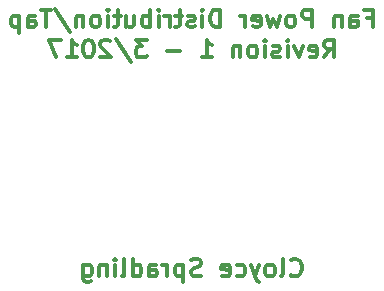
<source format=gbo>
G04 #@! TF.FileFunction,Legend,Bot*
%FSLAX46Y46*%
G04 Gerber Fmt 4.6, Leading zero omitted, Abs format (unit mm)*
G04 Created by KiCad (PCBNEW 4.0.6) date Friday, March 31, 2017 'PMt' 06:41:41 PM*
%MOMM*%
%LPD*%
G01*
G04 APERTURE LIST*
%ADD10C,0.100000*%
%ADD11C,0.300000*%
G04 APERTURE END LIST*
D10*
D11*
X156947142Y-122963714D02*
X157018571Y-123035143D01*
X157232857Y-123106571D01*
X157375714Y-123106571D01*
X157589999Y-123035143D01*
X157732857Y-122892286D01*
X157804285Y-122749429D01*
X157875714Y-122463714D01*
X157875714Y-122249429D01*
X157804285Y-121963714D01*
X157732857Y-121820857D01*
X157589999Y-121678000D01*
X157375714Y-121606571D01*
X157232857Y-121606571D01*
X157018571Y-121678000D01*
X156947142Y-121749429D01*
X156089999Y-123106571D02*
X156232857Y-123035143D01*
X156304285Y-122892286D01*
X156304285Y-121606571D01*
X155304285Y-123106571D02*
X155447143Y-123035143D01*
X155518571Y-122963714D01*
X155590000Y-122820857D01*
X155590000Y-122392286D01*
X155518571Y-122249429D01*
X155447143Y-122178000D01*
X155304285Y-122106571D01*
X155090000Y-122106571D01*
X154947143Y-122178000D01*
X154875714Y-122249429D01*
X154804285Y-122392286D01*
X154804285Y-122820857D01*
X154875714Y-122963714D01*
X154947143Y-123035143D01*
X155090000Y-123106571D01*
X155304285Y-123106571D01*
X154304285Y-122106571D02*
X153947142Y-123106571D01*
X153590000Y-122106571D02*
X153947142Y-123106571D01*
X154090000Y-123463714D01*
X154161428Y-123535143D01*
X154304285Y-123606571D01*
X152375714Y-123035143D02*
X152518571Y-123106571D01*
X152804285Y-123106571D01*
X152947143Y-123035143D01*
X153018571Y-122963714D01*
X153090000Y-122820857D01*
X153090000Y-122392286D01*
X153018571Y-122249429D01*
X152947143Y-122178000D01*
X152804285Y-122106571D01*
X152518571Y-122106571D01*
X152375714Y-122178000D01*
X151161429Y-123035143D02*
X151304286Y-123106571D01*
X151590000Y-123106571D01*
X151732857Y-123035143D01*
X151804286Y-122892286D01*
X151804286Y-122320857D01*
X151732857Y-122178000D01*
X151590000Y-122106571D01*
X151304286Y-122106571D01*
X151161429Y-122178000D01*
X151090000Y-122320857D01*
X151090000Y-122463714D01*
X151804286Y-122606571D01*
X149375715Y-123035143D02*
X149161429Y-123106571D01*
X148804286Y-123106571D01*
X148661429Y-123035143D01*
X148590000Y-122963714D01*
X148518572Y-122820857D01*
X148518572Y-122678000D01*
X148590000Y-122535143D01*
X148661429Y-122463714D01*
X148804286Y-122392286D01*
X149090000Y-122320857D01*
X149232858Y-122249429D01*
X149304286Y-122178000D01*
X149375715Y-122035143D01*
X149375715Y-121892286D01*
X149304286Y-121749429D01*
X149232858Y-121678000D01*
X149090000Y-121606571D01*
X148732858Y-121606571D01*
X148518572Y-121678000D01*
X147875715Y-122106571D02*
X147875715Y-123606571D01*
X147875715Y-122178000D02*
X147732858Y-122106571D01*
X147447144Y-122106571D01*
X147304287Y-122178000D01*
X147232858Y-122249429D01*
X147161429Y-122392286D01*
X147161429Y-122820857D01*
X147232858Y-122963714D01*
X147304287Y-123035143D01*
X147447144Y-123106571D01*
X147732858Y-123106571D01*
X147875715Y-123035143D01*
X146518572Y-123106571D02*
X146518572Y-122106571D01*
X146518572Y-122392286D02*
X146447144Y-122249429D01*
X146375715Y-122178000D01*
X146232858Y-122106571D01*
X146090001Y-122106571D01*
X144947144Y-123106571D02*
X144947144Y-122320857D01*
X145018573Y-122178000D01*
X145161430Y-122106571D01*
X145447144Y-122106571D01*
X145590001Y-122178000D01*
X144947144Y-123035143D02*
X145090001Y-123106571D01*
X145447144Y-123106571D01*
X145590001Y-123035143D01*
X145661430Y-122892286D01*
X145661430Y-122749429D01*
X145590001Y-122606571D01*
X145447144Y-122535143D01*
X145090001Y-122535143D01*
X144947144Y-122463714D01*
X143590001Y-123106571D02*
X143590001Y-121606571D01*
X143590001Y-123035143D02*
X143732858Y-123106571D01*
X144018572Y-123106571D01*
X144161430Y-123035143D01*
X144232858Y-122963714D01*
X144304287Y-122820857D01*
X144304287Y-122392286D01*
X144232858Y-122249429D01*
X144161430Y-122178000D01*
X144018572Y-122106571D01*
X143732858Y-122106571D01*
X143590001Y-122178000D01*
X142661429Y-123106571D02*
X142804287Y-123035143D01*
X142875715Y-122892286D01*
X142875715Y-121606571D01*
X142090001Y-123106571D02*
X142090001Y-122106571D01*
X142090001Y-121606571D02*
X142161430Y-121678000D01*
X142090001Y-121749429D01*
X142018573Y-121678000D01*
X142090001Y-121606571D01*
X142090001Y-121749429D01*
X141375715Y-122106571D02*
X141375715Y-123106571D01*
X141375715Y-122249429D02*
X141304287Y-122178000D01*
X141161429Y-122106571D01*
X140947144Y-122106571D01*
X140804287Y-122178000D01*
X140732858Y-122320857D01*
X140732858Y-123106571D01*
X139375715Y-122106571D02*
X139375715Y-123320857D01*
X139447144Y-123463714D01*
X139518572Y-123535143D01*
X139661429Y-123606571D01*
X139875715Y-123606571D01*
X140018572Y-123535143D01*
X139375715Y-123035143D02*
X139518572Y-123106571D01*
X139804286Y-123106571D01*
X139947144Y-123035143D01*
X140018572Y-122963714D01*
X140090001Y-122820857D01*
X140090001Y-122392286D01*
X140018572Y-122249429D01*
X139947144Y-122178000D01*
X139804286Y-122106571D01*
X139518572Y-122106571D01*
X139375715Y-122178000D01*
X163407715Y-101233857D02*
X163907715Y-101233857D01*
X163907715Y-102019571D02*
X163907715Y-100519571D01*
X163193429Y-100519571D01*
X161979144Y-102019571D02*
X161979144Y-101233857D01*
X162050573Y-101091000D01*
X162193430Y-101019571D01*
X162479144Y-101019571D01*
X162622001Y-101091000D01*
X161979144Y-101948143D02*
X162122001Y-102019571D01*
X162479144Y-102019571D01*
X162622001Y-101948143D01*
X162693430Y-101805286D01*
X162693430Y-101662429D01*
X162622001Y-101519571D01*
X162479144Y-101448143D01*
X162122001Y-101448143D01*
X161979144Y-101376714D01*
X161264858Y-101019571D02*
X161264858Y-102019571D01*
X161264858Y-101162429D02*
X161193430Y-101091000D01*
X161050572Y-101019571D01*
X160836287Y-101019571D01*
X160693430Y-101091000D01*
X160622001Y-101233857D01*
X160622001Y-102019571D01*
X158764858Y-102019571D02*
X158764858Y-100519571D01*
X158193430Y-100519571D01*
X158050572Y-100591000D01*
X157979144Y-100662429D01*
X157907715Y-100805286D01*
X157907715Y-101019571D01*
X157979144Y-101162429D01*
X158050572Y-101233857D01*
X158193430Y-101305286D01*
X158764858Y-101305286D01*
X157050572Y-102019571D02*
X157193430Y-101948143D01*
X157264858Y-101876714D01*
X157336287Y-101733857D01*
X157336287Y-101305286D01*
X157264858Y-101162429D01*
X157193430Y-101091000D01*
X157050572Y-101019571D01*
X156836287Y-101019571D01*
X156693430Y-101091000D01*
X156622001Y-101162429D01*
X156550572Y-101305286D01*
X156550572Y-101733857D01*
X156622001Y-101876714D01*
X156693430Y-101948143D01*
X156836287Y-102019571D01*
X157050572Y-102019571D01*
X156050572Y-101019571D02*
X155764858Y-102019571D01*
X155479144Y-101305286D01*
X155193429Y-102019571D01*
X154907715Y-101019571D01*
X153764858Y-101948143D02*
X153907715Y-102019571D01*
X154193429Y-102019571D01*
X154336286Y-101948143D01*
X154407715Y-101805286D01*
X154407715Y-101233857D01*
X154336286Y-101091000D01*
X154193429Y-101019571D01*
X153907715Y-101019571D01*
X153764858Y-101091000D01*
X153693429Y-101233857D01*
X153693429Y-101376714D01*
X154407715Y-101519571D01*
X153050572Y-102019571D02*
X153050572Y-101019571D01*
X153050572Y-101305286D02*
X152979144Y-101162429D01*
X152907715Y-101091000D01*
X152764858Y-101019571D01*
X152622001Y-101019571D01*
X150979144Y-102019571D02*
X150979144Y-100519571D01*
X150622001Y-100519571D01*
X150407716Y-100591000D01*
X150264858Y-100733857D01*
X150193430Y-100876714D01*
X150122001Y-101162429D01*
X150122001Y-101376714D01*
X150193430Y-101662429D01*
X150264858Y-101805286D01*
X150407716Y-101948143D01*
X150622001Y-102019571D01*
X150979144Y-102019571D01*
X149479144Y-102019571D02*
X149479144Y-101019571D01*
X149479144Y-100519571D02*
X149550573Y-100591000D01*
X149479144Y-100662429D01*
X149407716Y-100591000D01*
X149479144Y-100519571D01*
X149479144Y-100662429D01*
X148836287Y-101948143D02*
X148693430Y-102019571D01*
X148407715Y-102019571D01*
X148264858Y-101948143D01*
X148193430Y-101805286D01*
X148193430Y-101733857D01*
X148264858Y-101591000D01*
X148407715Y-101519571D01*
X148622001Y-101519571D01*
X148764858Y-101448143D01*
X148836287Y-101305286D01*
X148836287Y-101233857D01*
X148764858Y-101091000D01*
X148622001Y-101019571D01*
X148407715Y-101019571D01*
X148264858Y-101091000D01*
X147764858Y-101019571D02*
X147193429Y-101019571D01*
X147550572Y-100519571D02*
X147550572Y-101805286D01*
X147479144Y-101948143D01*
X147336286Y-102019571D01*
X147193429Y-102019571D01*
X146693429Y-102019571D02*
X146693429Y-101019571D01*
X146693429Y-101305286D02*
X146622001Y-101162429D01*
X146550572Y-101091000D01*
X146407715Y-101019571D01*
X146264858Y-101019571D01*
X145764858Y-102019571D02*
X145764858Y-101019571D01*
X145764858Y-100519571D02*
X145836287Y-100591000D01*
X145764858Y-100662429D01*
X145693430Y-100591000D01*
X145764858Y-100519571D01*
X145764858Y-100662429D01*
X145050572Y-102019571D02*
X145050572Y-100519571D01*
X145050572Y-101091000D02*
X144907715Y-101019571D01*
X144622001Y-101019571D01*
X144479144Y-101091000D01*
X144407715Y-101162429D01*
X144336286Y-101305286D01*
X144336286Y-101733857D01*
X144407715Y-101876714D01*
X144479144Y-101948143D01*
X144622001Y-102019571D01*
X144907715Y-102019571D01*
X145050572Y-101948143D01*
X143050572Y-101019571D02*
X143050572Y-102019571D01*
X143693429Y-101019571D02*
X143693429Y-101805286D01*
X143622001Y-101948143D01*
X143479143Y-102019571D01*
X143264858Y-102019571D01*
X143122001Y-101948143D01*
X143050572Y-101876714D01*
X142550572Y-101019571D02*
X141979143Y-101019571D01*
X142336286Y-100519571D02*
X142336286Y-101805286D01*
X142264858Y-101948143D01*
X142122000Y-102019571D01*
X141979143Y-102019571D01*
X141479143Y-102019571D02*
X141479143Y-101019571D01*
X141479143Y-100519571D02*
X141550572Y-100591000D01*
X141479143Y-100662429D01*
X141407715Y-100591000D01*
X141479143Y-100519571D01*
X141479143Y-100662429D01*
X140550571Y-102019571D02*
X140693429Y-101948143D01*
X140764857Y-101876714D01*
X140836286Y-101733857D01*
X140836286Y-101305286D01*
X140764857Y-101162429D01*
X140693429Y-101091000D01*
X140550571Y-101019571D01*
X140336286Y-101019571D01*
X140193429Y-101091000D01*
X140122000Y-101162429D01*
X140050571Y-101305286D01*
X140050571Y-101733857D01*
X140122000Y-101876714D01*
X140193429Y-101948143D01*
X140336286Y-102019571D01*
X140550571Y-102019571D01*
X139407714Y-101019571D02*
X139407714Y-102019571D01*
X139407714Y-101162429D02*
X139336286Y-101091000D01*
X139193428Y-101019571D01*
X138979143Y-101019571D01*
X138836286Y-101091000D01*
X138764857Y-101233857D01*
X138764857Y-102019571D01*
X136979143Y-100448143D02*
X138264857Y-102376714D01*
X136693428Y-100519571D02*
X135836285Y-100519571D01*
X136264856Y-102019571D02*
X136264856Y-100519571D01*
X134693428Y-102019571D02*
X134693428Y-101233857D01*
X134764857Y-101091000D01*
X134907714Y-101019571D01*
X135193428Y-101019571D01*
X135336285Y-101091000D01*
X134693428Y-101948143D02*
X134836285Y-102019571D01*
X135193428Y-102019571D01*
X135336285Y-101948143D01*
X135407714Y-101805286D01*
X135407714Y-101662429D01*
X135336285Y-101519571D01*
X135193428Y-101448143D01*
X134836285Y-101448143D01*
X134693428Y-101376714D01*
X133979142Y-101019571D02*
X133979142Y-102519571D01*
X133979142Y-101091000D02*
X133836285Y-101019571D01*
X133550571Y-101019571D01*
X133407714Y-101091000D01*
X133336285Y-101162429D01*
X133264856Y-101305286D01*
X133264856Y-101733857D01*
X133336285Y-101876714D01*
X133407714Y-101948143D01*
X133550571Y-102019571D01*
X133836285Y-102019571D01*
X133979142Y-101948143D01*
X159764856Y-104569571D02*
X160264856Y-103855286D01*
X160621999Y-104569571D02*
X160621999Y-103069571D01*
X160050571Y-103069571D01*
X159907713Y-103141000D01*
X159836285Y-103212429D01*
X159764856Y-103355286D01*
X159764856Y-103569571D01*
X159836285Y-103712429D01*
X159907713Y-103783857D01*
X160050571Y-103855286D01*
X160621999Y-103855286D01*
X158550571Y-104498143D02*
X158693428Y-104569571D01*
X158979142Y-104569571D01*
X159121999Y-104498143D01*
X159193428Y-104355286D01*
X159193428Y-103783857D01*
X159121999Y-103641000D01*
X158979142Y-103569571D01*
X158693428Y-103569571D01*
X158550571Y-103641000D01*
X158479142Y-103783857D01*
X158479142Y-103926714D01*
X159193428Y-104069571D01*
X157979142Y-103569571D02*
X157621999Y-104569571D01*
X157264857Y-103569571D01*
X156693428Y-104569571D02*
X156693428Y-103569571D01*
X156693428Y-103069571D02*
X156764857Y-103141000D01*
X156693428Y-103212429D01*
X156622000Y-103141000D01*
X156693428Y-103069571D01*
X156693428Y-103212429D01*
X156050571Y-104498143D02*
X155907714Y-104569571D01*
X155621999Y-104569571D01*
X155479142Y-104498143D01*
X155407714Y-104355286D01*
X155407714Y-104283857D01*
X155479142Y-104141000D01*
X155621999Y-104069571D01*
X155836285Y-104069571D01*
X155979142Y-103998143D01*
X156050571Y-103855286D01*
X156050571Y-103783857D01*
X155979142Y-103641000D01*
X155836285Y-103569571D01*
X155621999Y-103569571D01*
X155479142Y-103641000D01*
X154764856Y-104569571D02*
X154764856Y-103569571D01*
X154764856Y-103069571D02*
X154836285Y-103141000D01*
X154764856Y-103212429D01*
X154693428Y-103141000D01*
X154764856Y-103069571D01*
X154764856Y-103212429D01*
X153836284Y-104569571D02*
X153979142Y-104498143D01*
X154050570Y-104426714D01*
X154121999Y-104283857D01*
X154121999Y-103855286D01*
X154050570Y-103712429D01*
X153979142Y-103641000D01*
X153836284Y-103569571D01*
X153621999Y-103569571D01*
X153479142Y-103641000D01*
X153407713Y-103712429D01*
X153336284Y-103855286D01*
X153336284Y-104283857D01*
X153407713Y-104426714D01*
X153479142Y-104498143D01*
X153621999Y-104569571D01*
X153836284Y-104569571D01*
X152693427Y-103569571D02*
X152693427Y-104569571D01*
X152693427Y-103712429D02*
X152621999Y-103641000D01*
X152479141Y-103569571D01*
X152264856Y-103569571D01*
X152121999Y-103641000D01*
X152050570Y-103783857D01*
X152050570Y-104569571D01*
X149407713Y-104569571D02*
X150264856Y-104569571D01*
X149836284Y-104569571D02*
X149836284Y-103069571D01*
X149979141Y-103283857D01*
X150121999Y-103426714D01*
X150264856Y-103498143D01*
X147621999Y-103998143D02*
X146479142Y-103998143D01*
X144764856Y-103069571D02*
X143836285Y-103069571D01*
X144336285Y-103641000D01*
X144121999Y-103641000D01*
X143979142Y-103712429D01*
X143907713Y-103783857D01*
X143836285Y-103926714D01*
X143836285Y-104283857D01*
X143907713Y-104426714D01*
X143979142Y-104498143D01*
X144121999Y-104569571D01*
X144550571Y-104569571D01*
X144693428Y-104498143D01*
X144764856Y-104426714D01*
X142122000Y-102998143D02*
X143407714Y-104926714D01*
X141693428Y-103212429D02*
X141621999Y-103141000D01*
X141479142Y-103069571D01*
X141121999Y-103069571D01*
X140979142Y-103141000D01*
X140907713Y-103212429D01*
X140836285Y-103355286D01*
X140836285Y-103498143D01*
X140907713Y-103712429D01*
X141764856Y-104569571D01*
X140836285Y-104569571D01*
X139907714Y-103069571D02*
X139764857Y-103069571D01*
X139622000Y-103141000D01*
X139550571Y-103212429D01*
X139479142Y-103355286D01*
X139407714Y-103641000D01*
X139407714Y-103998143D01*
X139479142Y-104283857D01*
X139550571Y-104426714D01*
X139622000Y-104498143D01*
X139764857Y-104569571D01*
X139907714Y-104569571D01*
X140050571Y-104498143D01*
X140122000Y-104426714D01*
X140193428Y-104283857D01*
X140264857Y-103998143D01*
X140264857Y-103641000D01*
X140193428Y-103355286D01*
X140122000Y-103212429D01*
X140050571Y-103141000D01*
X139907714Y-103069571D01*
X137979143Y-104569571D02*
X138836286Y-104569571D01*
X138407714Y-104569571D02*
X138407714Y-103069571D01*
X138550571Y-103283857D01*
X138693429Y-103426714D01*
X138836286Y-103498143D01*
X137479143Y-103069571D02*
X136479143Y-103069571D01*
X137122000Y-104569571D01*
M02*

</source>
